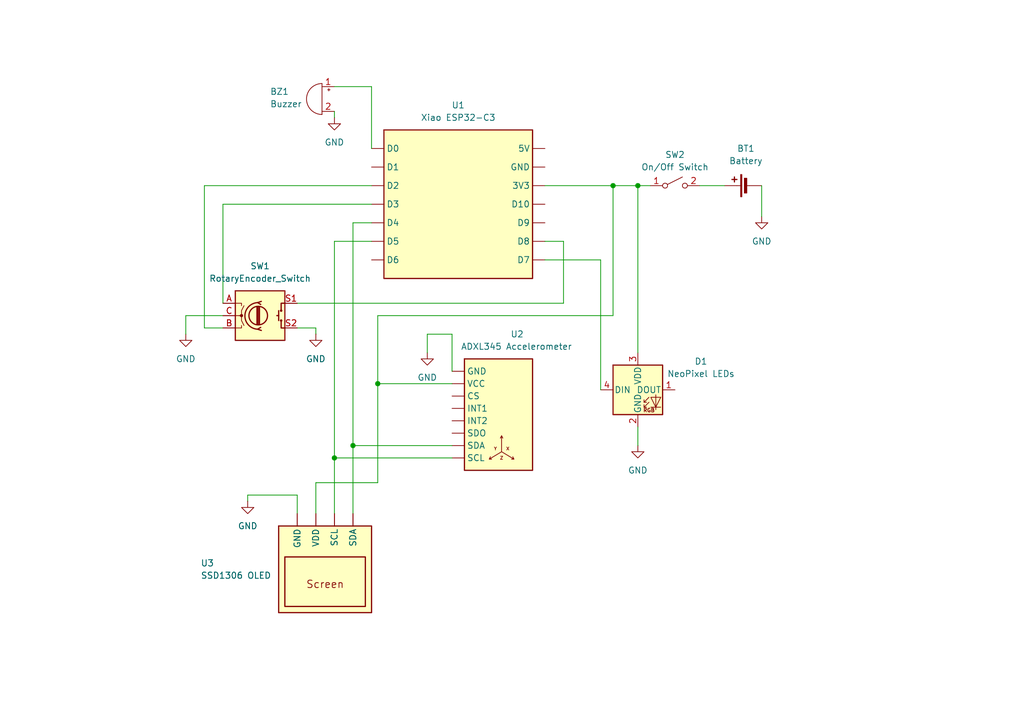
<source format=kicad_sch>
(kicad_sch (version 20250114) (generator "eeschema") (generator_version "9.0")
  (paper "A5")
  (title_block (title "PANG_Curcuit Diagram") (date "2025-12-02") (rev "1.0") (company "Polly Yao"))
  (lib_symbols
    (symbol "Device:Battery_Cell" (pin_numbers (hide yes)) (pin_names (offset 0) (hide yes))
      (property "Reference" "BT1" (at 3.7465 5.715 0))
      (property "Value" "Battery" (at 3.7465 3.175 0))
      (symbol "Battery_Cell_0_1"
        (polyline (pts (xy 0.889 -0.635) (xy 1.905 -0.635)) (stroke (width 0.254)))
        (polyline (pts (xy 1.397 -1.143) (xy 1.397 -0.127)) (stroke (width 0.254)))
        (polyline (pts (xy 2.667 -1.905) (xy 1.905 -1.905)))
        (rectangle (start 2.667 -4.191) (end 2.921 0.381) (fill (type outline)))
        (rectangle (start 3.429 -3.429) (end 3.937 -0.381) (fill (type outline)))
        (polyline (pts (xy 3.683 -1.905) (xy 4.445 -1.905)))
      )
      (symbol "Battery_Cell_1_1"
        (pin passive line (at -0.635 -1.905 0) (length 2.54) (name "+") (number "1"))
        (pin passive line (at 6.985 -1.905 180) (length 2.54) (name "-") (number "2"))
      )
    )
    (symbol "Device:Buzzer" (pin_names (offset 0.0254) (hide yes))
      (property "Reference" "BZ1" (at -2.032 1.27 0))
      (property "Value" "Buzzer" (at -2.032 -1.27 0))
      (symbol "Buzzer_0_1"
        (polyline (pts (xy 2.54 3.175) (xy 2.54 -3.175)))
        (arc (start 2.54 -3.175) (mid -0.6212 0) (end 2.54 3.175))
        (polyline (pts (xy 3.937 2.159) (xy 3.937 1.651)))
        (polyline (pts (xy 4.191 1.905) (xy 3.683 1.905)))
      )
      (symbol "Buzzer_1_1"
        (pin passive line (at 5.08 2.54 180) (length 2.54) (name "+") (number "1"))
        (pin passive line (at 5.08 -2.54 180) (length 2.54) (name "-") (number "2"))
      )
    )
    (symbol "Device:RotaryEncoder_Switch" (pin_names (offset 0.254) (hide yes))
      (property "Reference" "SW" (at 0 6.604 0))
      (property "Value" "RotaryEncoder_Switch" (at 0 -6.604 0))
      (symbol "RotaryEncoder_Switch_0_1"
        (rectangle (start -5.08 5.08) (end 5.08 -5.08) (stroke (width 0.254)) (fill (type background)))
        (polyline (pts (xy -5.08 2.54) (xy -3.81 2.54) (xy -3.81 2.032)))
        (polyline (pts (xy -5.08 0) (xy -3.81 0) (xy -3.81 -1.016) (xy -3.302 -2.032)))
        (polyline (pts (xy -5.08 -2.54) (xy -3.81 -2.54) (xy -3.81 -2.032)))
        (polyline (pts (xy -4.318 0) (xy -3.81 0) (xy -3.81 1.016) (xy -3.302 2.032)))
        (circle (center -3.81 0) (radius 0.254) (fill (type outline)))
        (polyline (pts (xy -0.635 -1.778) (xy -0.635 1.778)) (stroke (width 0.254)))
        (circle (center -0.381 0) (radius 1.905) (stroke (width 0.254)))
        (polyline (pts (xy -0.381 -1.778) (xy -0.381 1.778)) (stroke (width 0.254)))
        (arc (start -0.381 -2.794) (mid -3.0988 -0.0635) (end -0.381 2.667) (stroke (width 0.254)))
        (polyline (pts (xy -0.127 1.778) (xy -0.127 -1.778)) (stroke (width 0.254)))
        (polyline (pts (xy 0.254 2.921) (xy -0.508 2.667) (xy 0.127 2.286)) (stroke (width 0.254)))
        (polyline (pts (xy 0.254 -3.048) (xy -0.508 -2.794) (xy 0.127 -2.413)) (stroke (width 0.254)))
        (polyline (pts (xy 3.81 1.016) (xy 3.81 -1.016)) (stroke (width 0.254)))
        (polyline (pts (xy 3.81 0) (xy 3.429 0)) (stroke (width 0.254)))
        (circle (center 4.318 1.016) (radius 0.127) (stroke (width 0.254)))
        (circle (center 4.318 -1.016) (radius 0.127) (stroke (width 0.254)))
        (polyline (pts (xy 5.08 2.54) (xy 4.318 2.54) (xy 4.318 1.016)) (stroke (width 0.254)))
        (polyline (pts (xy 5.08 -2.54) (xy 4.318 -2.54) (xy 4.318 -1.016)) (stroke (width 0.254)))
      )
      (symbol "RotaryEncoder_Switch_1_1"
        (pin passive line (at -7.62 2.54 0) (length 2.54) (name "A") (number "A"))
        (pin passive line (at -7.62 0 0) (length 2.54) (name "C") (number "C"))
        (pin passive line (at -7.62 -2.54 0) (length 2.54) (name "B") (number "B"))
        (pin passive line (at 7.62 2.54 180) (length 2.54) (name "S1") (number "S1"))
        (pin passive line (at 7.62 -2.54 180) (length 2.54) (name "S2") (number "S2"))
      )
    )
    (symbol "Display_Character:EA_T123X-I2C"
      (property "Reference" "U3" (at 11.43 1.2701 0))
      (property "Value" "SSD1306 OLED" (at 11.43 -1.2699 0))
      (symbol "EA_T123X-I2C_0_0"
        (rectangle (start -8.89 3.81) (end 7.62 -6.35) (stroke (width 0.254)))
      )
      (symbol "EA_T123X-I2C_0_1"
        (rectangle (start -10.16 10.16) (end 8.89 -7.62) (stroke (width 0.254)) (fill (type background)))
      )
      (symbol "EA_T123X-I2C_1_1"
        (text "Screen" (at -4.572 -1.778 0) (effects (font (size 1.524 1.524)) (justify left)))
        (pin power_in line (at -6.35 12.7 270) (length 2.54) (name "GND") (number ""))
        (pin power_in line (at -2.54 12.7 270) (length 2.54) (name "VDD") (number ""))
        (pin input line (at 1.27 12.7 270) (length 2.54) (name "SCL") (number ""))
        (pin bidirectional line (at 5.08 12.7 270) (length 2.54) (name "SDA") (number ""))
      )
    )
    (symbol "LED:NeoPixel_THT" (pin_names (offset 0.254))
      (property "Reference" "D" (at 5.08 5.715 0))
      (property "Value" "NeoPixel_THT" (at 1.27 -5.715 0))
      (symbol "NeoPixel_THT_0_0"
        (text "RGB" (at 2.286 -4.191 0) (effects (font (size 0.762 0.762))))
      )
      (symbol "NeoPixel_THT_0_1"
        (polyline (pts (xy 1.27 -2.54) (xy 1.778 -2.54)))
        (polyline (pts (xy 1.27 -3.556) (xy 1.778 -3.556)))
        (polyline (pts (xy 2.286 -1.524) (xy 1.27 -2.54) (xy 1.27 -2.032)))
        (polyline (pts (xy 2.286 -2.54) (xy 1.27 -3.556) (xy 1.27 -3.048)))
        (polyline (pts (xy 3.683 -1.016) (xy 3.683 -3.556) (xy 3.683 -4.064)))
        (polyline (pts (xy 4.699 -1.524) (xy 2.667 -1.524) (xy 3.683 -3.556) (xy 4.699 -1.524)))
        (polyline (pts (xy 4.699 -3.556) (xy 2.667 -3.556)))
        (rectangle (start 5.08 5.08) (end -5.08 -5.08) (stroke (width 0.254)) (fill (type background)))
      )
      (symbol "NeoPixel_THT_1_1"
        (pin input line (at -7.62 0 0) (length 2.54) (name "DIN") (number "4"))
        (pin power_in line (at 0 7.62 270) (length 2.54) (name "VDD") (number "3"))
        (pin power_in line (at 0 -7.62 90) (length 2.54) (name "GND") (number "2"))
        (pin output line (at 7.62 0 180) (length 2.54) (name "DOUT") (number "1"))
      )
    )
    (symbol "MCU_Module:Arduino_Nano_ESP32"
      (property "Reference" "U1" (at 0 26.67 0))
      (property "Value" "Xiao ESP32-C3" (at 0 24.13 0))
      (symbol "Arduino_Nano_ESP32_1_1"
        (rectangle (start -15.24 21.59) (end 15.24 -8.89) (stroke (width 0.254)) (fill (type background)))
        (pin bidirectional line (at -17.78 17.78 0) (length 2.54) (name "D0") (number ""))
        (pin bidirectional line (at -17.78 13.97 0) (length 2.54) (name "D1") (number ""))
        (pin bidirectional line (at -17.78 10.16 0) (length 2.54) (name "D2") (number ""))
        (pin bidirectional line (at -17.78 6.35 0) (length 2.54) (name "D3") (number ""))
        (pin bidirectional line (at -17.78 2.54 0) (length 2.54) (name "D4") (number ""))
        (pin bidirectional line (at -17.78 -1.27 0) (length 2.54) (name "D5") (number ""))
        (pin bidirectional line (at -17.78 -5.08 0) (length 2.54) (name "D6") (number ""))
        (pin power_in line (at 17.78 17.78 180) (length 2.54) (name "5V") (number ""))
        (pin power_in line (at 17.78 13.97 180) (length 2.54) (name "GND") (number ""))
        (pin power_out line (at 17.78 10.16 180) (length 2.54) (name "3V3") (number ""))
        (pin bidirectional line (at 17.78 6.35 180) (length 2.54) (name "D10") (number ""))
        (pin bidirectional line (at 17.78 2.54 180) (length 2.54) (name "D9") (number ""))
        (pin bidirectional line (at 17.78 -1.27 180) (length 2.54) (name "D8") (number ""))
        (pin bidirectional line (at 17.78 -5.08 180) (length 2.54) (name "D7") (number ""))
      )
    )
    (symbol "Sensor_Motion:KXTJ3-1057"
      (property "Reference" "U2" (at 1.016 24.13 0))
      (property "Value" "ADXL345 Accelerometer" (at 10.922 21.59 0))
      (symbol "KXTJ3-1057_0_0"
        (text "Y" (at -1.27 0.635 0) (effects (font (size 0.635 0.635) (bold yes))))
        (text "Z" (at 0 -1.27 0) (effects (font (size 0.635 0.635) (bold yes))))
        (text "X" (at 1.27 0.635 0) (effects (font (size 0.635 0.635) (bold yes))))
      )
      (symbol "KXTJ3-1057_0_1"
        (rectangle (start -7.62 19.05) (end 6.35 -3.81) (stroke (width 0.254)) (fill (type background)))
        (polyline (pts (xy 0 0) (xy 0 3.302) (xy -0.254 2.794) (xy 0 3.302) (xy 0.254 2.794) (xy 0 3.302) (xy 0 0) (xy -2.54 -1.524) (xy -2.286 -1.016) (xy -2.54 -1.524) (xy -2.032 -1.524) (xy -2.54 -1.524) (xy 0 0) (xy 2.54 -1.524) (xy 2.286 -1.016) (xy 2.54 -1.524) (xy 2.032 -1.524)))
      )
      (symbol "KXTJ3-1057_1_1"
        (pin power_in line (at -10.16 16.51 0) (length 2.54) (name "GND") (number ""))
        (pin power_in line (at -10.16 13.97 0) (length 2.54) (name "VCC") (number ""))
        (pin input line (at -10.16 11.43 0) (length 2.54) (name "CS") (number ""))
        (pin output line (at -10.16 8.89 0) (length 2.54) (name "INT1") (number ""))
        (pin output line (at -10.16 6.35 0) (length 2.54) (name "INT2") (number ""))
        (pin input line (at -10.16 3.81 0) (length 2.54) (name "SDO") (number ""))
        (pin bidirectional line (at -10.16 1.27 0) (length 2.54) (name "SDA") (number ""))
        (pin input line (at -10.16 -1.27 0) (length 2.54) (name "SCL") (number ""))
      )
    )
    (symbol "Switch:SW_SPST" (pin_names (offset 0) (hide yes))
      (property "Reference" "SW" (at 0 3.175 0))
      (property "Value" "SW_SPST" (at 0 -2.54 0))
      (symbol "SW_SPST_0_0"
        (circle (center -2.032 0) (radius 0.508))
        (polyline (pts (xy -1.524 0.254) (xy 1.524 1.778)))
        (circle (center 2.032 0) (radius 0.508))
      )
      (symbol "SW_SPST_1_1"
        (pin passive line (at -5.08 0 0) (length 2.54) (name "A") (number "1"))
        (pin passive line (at 5.08 0 180) (length 2.54) (name "B") (number "2"))
      )
    )
    (symbol "power:GND" (power) (pin_numbers (hide yes)) (pin_names (offset 0) (hide yes))
      (property "Value" "GND" (at 0 -3.81 0))
      (symbol "GND_0_1"
        (polyline (pts (xy 0 0) (xy 0 -1.27) (xy 1.27 -1.27) (xy 0 -2.54) (xy -1.27 -1.27) (xy 0 -1.27)))
      )
      (symbol "GND_1_1"
        (pin power_in line (at 0 0 270) (length 0) (name "~") (number "1"))
      )
    )
  )
  (junction (at 125.73 38.1))
  (junction (at 130.81 38.1))
  (junction (at 72.39 91.44))
  (junction (at 77.47 78.74))
  (junction (at 68.58 93.98))
  (wire (pts (xy 60.96 105.41) (xy 60.96 101.6)))
  (wire (pts (xy 38.1 64.77) (xy 45.72 64.77)))
  (wire (pts (xy 50.8 101.6) (xy 50.8 102.87)))
  (wire (pts (xy 64.77 105.41) (xy 64.77 99.06)))
  (wire (pts (xy 77.47 64.77) (xy 125.73 64.77)))
  (wire (pts (xy 77.47 99.06) (xy 77.47 78.74)))
  (wire (pts (xy 68.58 93.98) (xy 68.58 49.53)))
  (wire (pts (xy 156.21 44.45) (xy 156.21 38.1)))
  (wire (pts (xy 130.81 38.1) (xy 133.35 38.1)))
  (wire (pts (xy 125.73 38.1) (xy 130.81 38.1)))
  (wire (pts (xy 77.47 78.74) (xy 92.71 78.74)))
  (wire (pts (xy 148.59 38.1) (xy 143.51 38.1)))
  (wire (pts (xy 130.81 91.44) (xy 130.81 87.63)))
  (wire (pts (xy 123.19 53.34) (xy 111.76 53.34)))
  (wire (pts (xy 72.39 45.72) (xy 72.39 91.44)))
  (wire (pts (xy 64.77 67.31) (xy 64.77 68.58)))
  (wire (pts (xy 111.76 49.53) (xy 115.57 49.53)))
  (wire (pts (xy 123.19 80.01) (xy 123.19 53.34)))
  (wire (pts (xy 87.63 68.58) (xy 92.71 68.58)))
  (wire (pts (xy 92.71 91.44) (xy 72.39 91.44)))
  (wire (pts (xy 130.81 72.39) (xy 130.81 38.1)))
  (wire (pts (xy 38.1 68.58) (xy 38.1 64.77)))
  (wire (pts (xy 68.58 24.13) (xy 68.58 22.86)))
  (wire (pts (xy 92.71 76.2) (xy 92.71 68.58)))
  (wire (pts (xy 64.77 99.06) (xy 77.47 99.06)))
  (wire (pts (xy 60.96 67.31) (xy 64.77 67.31)))
  (wire (pts (xy 72.39 91.44) (xy 72.39 105.41)))
  (wire (pts (xy 45.72 41.91) (xy 76.2 41.91)))
  (wire (pts (xy 45.72 67.31) (xy 41.91 67.31)))
  (wire (pts (xy 45.72 62.23) (xy 45.72 41.91)))
  (wire (pts (xy 111.76 38.1) (xy 125.73 38.1)))
  (wire (pts (xy 60.96 101.6) (xy 50.8 101.6)))
  (wire (pts (xy 125.73 64.77) (xy 125.73 38.1)))
  (wire (pts (xy 41.91 38.1) (xy 76.2 38.1)))
  (wire (pts (xy 68.58 17.78) (xy 76.2 17.78)))
  (wire (pts (xy 41.91 67.31) (xy 41.91 38.1)))
  (wire (pts (xy 68.58 49.53) (xy 76.2 49.53)))
  (wire (pts (xy 72.39 45.72) (xy 76.2 45.72)))
  (wire (pts (xy 68.58 93.98) (xy 68.58 105.41)))
  (wire (pts (xy 92.71 93.98) (xy 68.58 93.98)))
  (wire (pts (xy 77.47 78.74) (xy 77.47 64.77)))
  (wire (pts (xy 60.96 62.23) (xy 115.57 62.23)))
  (wire (pts (xy 87.63 68.58) (xy 87.63 72.39)))
  (wire (pts (xy 76.2 30.48) (xy 76.2 17.78)))
  (wire (pts (xy 115.57 62.23) (xy 115.57 49.53)))
  (symbol (lib_id "LED:NeoPixel_THT") (at 130.81 80.01 0) (unit 1)
    (property "Reference" "D1" (at 143.764 74.168 0))
    (property "Value" "NeoPixel LEDs" (at 143.764 76.708 0))
    (property "Datasheet" "https://www.adafruit.com/product/1938" (effects (hide yes)))
    (property "Description" "RGB LED with integrated controller, 5mm/8mm LED package" (effects (hide yes)))
  )
  (symbol (lib_id "MCU_Module:Arduino_Nano_ESP32") (at 93.98 48.26 0) (unit 1)
    (property "Reference" "U1" (at 93.98 21.59 0))
    (property "Value" "Xiao ESP32-C3" (at 93.98 24.13 0))
    (property "Footprint" "Module:Arduino_Nano" (effects (hide yes)))
    (property "Datasheet" "https://docs.arduino.cc/resources/datasheets/ABX00083-datasheet.pdf" (effects (hide yes)))
    (property "Description" "Arduino Nano board based on the ESP32-S3 with a dual-core 240 MHz processor, 384 kB ROM, 512 kB SRAM. Operates at 3.3V, with 5V USB-C® input and 6-21V VIN. Features Wi-Fi®, Bluetooth® LE, digital and analog pins, and supports SPI, I2C, UART, I2S, and CAN." (effects (hide yes)))
  )
  (symbol (lib_id "power:GND") (at 68.58 24.13 0) (unit 1)
    (property "Reference" "#PWR02" (effects (hide yes)))
    (property "Value" "GND" (at 68.58 29.21 0))
    (property "Description" "Power symbol creates a global label with name \"GND\" , ground" (effects (hide yes)))
  )
  (symbol (lib_id "power:GND") (at 64.77 68.58 0) (unit 1)
    (property "Reference" "#PWR05" (effects (hide yes)))
    (property "Value" "GND" (at 64.77 73.66 0))
    (property "Description" "Power symbol creates a global label with name \"GND\" , ground" (effects (hide yes)))
  )
  (symbol (lib_id "power:GND") (at 130.81 91.44 0) (unit 1)
    (property "Reference" "#PWR03" (effects (hide yes)))
    (property "Value" "GND" (at 130.81 96.52 0))
    (property "Description" "Power symbol creates a global label with name \"GND\" , ground" (effects (hide yes)))
  )
  (symbol (lib_id "Sensor_Motion:KXTJ3-1057") (at 102.87 92.71 0) (unit 1)
    (property "Reference" "U2" (at 107.442 68.58 0) (effects (justify right)))
    (property "Value" "ADXL345 Accelerometer" (at 117.348 71.12 0) (effects (justify right)))
    (property "Footprint" "Package_LGA:Kionix_LGA-12_2x2mm_P0.5mm_LayoutBorder2x4y" (effects (hide yes)))
    (property "Datasheet" "https://kionixfs.azureedge.net/en/datasheet/KXTJ3-1057-Specifications-Rev-5.0.pdf" (effects (hide yes)))
    (property "Description" "±2g / 4g / 8g / 16g Tri-Axis Digital Accelerometer, I2C, 1.71-3.6V, LGA-12" (effects (hide yes)))
  )
  (symbol (lib_id "Device:Battery_Cell") (at 149.225 36.195 0) (unit 1)
    (property "Reference" "BT1" (at 152.9715 30.48 0))
    (property "Value" "Battery" (at 152.9715 33.02 0))
    (property "Description" "Single-cell battery" (effects (hide yes)))
  )
  (symbol (lib_id "power:GND") (at 156.21 44.45 0) (unit 1)
    (property "Reference" "#PWR01" (effects (hide yes)))
    (property "Value" "GND" (at 156.21 49.53 0))
    (property "Description" "Power symbol creates a global label with name \"GND\" , ground" (effects (hide yes)))
  )
  (symbol (lib_id "Device:RotaryEncoder_Switch") (at 53.34 64.77 0) (unit 1)
    (property "Reference" "SW1" (at 53.34 54.61 0))
    (property "Value" "RotaryEncoder_Switch" (at 53.34 57.15 0))
    (property "Description" "Rotary encoder, dual channel, incremental quadrate outputs, with switch" (effects (hide yes)))
  )
  (symbol (lib_id "power:GND") (at 87.63 72.39 0) (unit 1)
    (property "Reference" "#PWR06" (effects (hide yes)))
    (property "Value" "GND" (at 87.63 77.47 0))
    (property "Description" "Power symbol creates a global label with name \"GND\" , ground" (effects (hide yes)))
  )
  (symbol (lib_id "power:GND") (at 50.8 102.87 0) (unit 1)
    (property "Reference" "#PWR07" (effects (hide yes)))
    (property "Value" "GND" (at 50.8 107.95 0))
    (property "Description" "Power symbol creates a global label with name \"GND\" , ground" (effects (hide yes)))
  )
  (symbol (lib_id "Display_Character:EA_T123X-I2C") (at 67.31 118.11 0) (unit 1)
    (property "Reference" "U3" (at 41.148 115.57 0) (effects (justify left)))
    (property "Value" "SSD1306 OLED" (at 41.148 118.11 0) (effects (justify left)))
    (property "Footprint" "Display:EA_T123X-I2C" (effects (hide yes)))
    (property "Datasheet" "http://www.lcd-module.de/pdf/doma/t123-i2c.pdf" (effects (hide yes)))
    (property "Description" "3 Lines, 12 character alpha numeric LCD, transreflective STN and FSTN Gray, I2C, single or dual power" (effects (hide yes)))
  )
  (symbol (lib_id "Device:Buzzer") (at 63.5 20.32 0) (unit 1)
    (property "Reference" "BZ1" (at 55.372 18.796 0) (effects (justify left)))
    (property "Value" "Buzzer" (at 55.372 21.336 0) (effects (justify left)))
    (property "Description" "Buzzer, polarized" (effects (hide yes)))
  )
  (symbol (lib_id "Switch:SW_SPST") (at 138.43 38.1 0) (unit 1)
    (property "Reference" "SW2" (at 138.43 31.75 0))
    (property "Value" "On/Off Switch" (at 138.43 34.29 0))
    (property "Description" "Single Pole Single Throw (SPST) switch" (effects (hide yes)))
  )
  (symbol (lib_id "power:GND") (at 38.1 68.58 0) (unit 1)
    (property "Reference" "#PWR04" (effects (hide yes)))
    (property "Value" "GND" (at 38.1 73.66 0))
    (property "Description" "Power symbol creates a global label with name \"GND\" , ground" (effects (hide yes)))
  )
)
</source>
